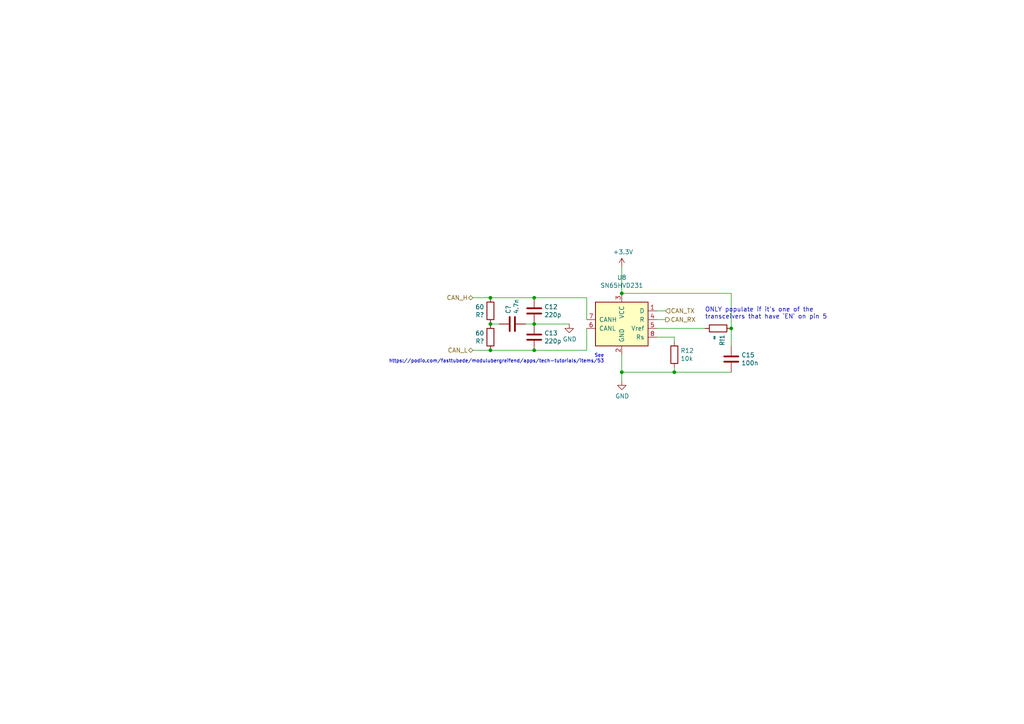
<source format=kicad_sch>
(kicad_sch (version 20211123) (generator eeschema)
  (paper "A4")
  (title_block (title "SDCL - CAN") (date "2021-12-16") (rev "v1.0") (company "FaSTTUBe - Formula Student Team TU Berlin") (comment 1 "Car 113") (comment 2 "EBS Electronics") (comment 3 "CAN Bus input/output stage"))
  (lib_symbols
    (symbol "Device:C" (pin_numbers hide) (pin_names (offset 0.254))
      (property "Reference" "C" (at 0.635 2.54 0))
      (property "Value" "C" (at 0.635 -2.54 0))
      (symbol "C_0_1"
        (polyline (pts (xy -2.032 -0.762) (xy 2.032 -0.762)) (stroke (width 0.508)))
        (polyline (pts (xy -2.032 0.762) (xy 2.032 0.762)) (stroke (width 0.508)))
      )
      (symbol "C_1_1"
        (pin passive line (at 0 3.81 270) (length 2.794) (name "~") (number "1"))
        (pin passive line (at 0 -3.81 90) (length 2.794) (name "~") (number "2"))
      )
    )
    (symbol "Device:R" (pin_numbers hide) (pin_names (offset 0))
      (property "Reference" "R" (at 2.032 0 90))
      (property "Value" "R" (at 0 0 90))
      (symbol "R_0_1"
        (rectangle (start -1.016 -2.54) (end 1.016 2.54) (stroke (width 0.254)))
      )
      (symbol "R_1_1"
        (pin passive line (at 0 3.81 270) (length 1.27) (name "~") (number "1"))
        (pin passive line (at 0 -3.81 90) (length 1.27) (name "~") (number "2"))
      )
    )
    (symbol "Interface_CAN_LIN:SN65HVD231" (pin_names (offset 1.016))
      (property "Reference" "U" (at -2.54 10.16 0))
      (property "Value" "SN65HVD231" (at -2.54 7.62 0))
      (symbol "SN65HVD231_0_1"
        (rectangle (start -7.62 5.08) (end 7.62 -7.62) (stroke (width 0.254)) (fill (type background)))
      )
      (symbol "SN65HVD231_1_1"
        (pin input line (at -10.16 2.54 0) (length 2.54) (name "D") (number "1"))
        (pin power_in line (at 0 -10.16 90) (length 2.54) (name "GND") (number "2"))
        (pin power_in line (at 0 7.62 270) (length 2.54) (name "VCC") (number "3"))
        (pin output line (at -10.16 0 0) (length 2.54) (name "R") (number "4"))
        (pin output line (at -10.16 -2.54 0) (length 2.54) (name "Vref") (number "5"))
        (pin bidirectional line (at 10.16 -2.54 180) (length 2.54) (name "CANL") (number "6"))
        (pin bidirectional line (at 10.16 0 180) (length 2.54) (name "CANH") (number "7"))
        (pin input line (at -10.16 -5.08 0) (length 2.54) (name "Rs") (number "8"))
      )
    )
    (symbol "power:+3.3V" (power) (pin_names (offset 0))
      (property "Value" "+3.3V" (at 0 3.556 0))
      (symbol "+3.3V_0_1"
        (polyline (pts (xy -0.762 1.27) (xy 0 2.54)))
        (polyline (pts (xy 0 0) (xy 0 2.54)))
        (polyline (pts (xy 0 2.54) (xy 0.762 1.27)))
      )
      (symbol "+3.3V_1_1"
        (pin power_in line (at 0 0 90) (length 0) hide (name "+3.3V") (number "1"))
      )
    )
    (symbol "power:GND" (power) (pin_names (offset 0))
      (property "Value" "GND" (at 0 -3.81 0))
      (symbol "GND_0_1"
        (polyline (pts (xy 0 0) (xy 0 -1.27) (xy 1.27 -1.27) (xy 0 -2.54) (xy -1.27 -1.27) (xy 0 -1.27)))
      )
      (symbol "GND_1_1"
        (pin power_in line (at 0 0 270) (length 0) hide (name "GND") (number "1"))
      )
    )
  )
  (junction (at 142.24 93.98))
  (junction (at 142.24 101.6))
  (junction (at 154.94 93.98))
  (junction (at 180.34 85.09))
  (junction (at 180.34 107.95))
  (junction (at 195.58 107.95))
  (junction (at 212.09 95.25))
  (junction (at 154.94 86.36))
  (junction (at 142.24 86.36))
  (junction (at 154.94 101.6))
  (wire (pts (xy 180.34 107.95) (xy 180.34 110.49)))
  (wire (pts (xy 180.34 102.87) (xy 180.34 107.95)))
  (wire (pts (xy 154.94 93.98) (xy 165.1 93.98)))
  (wire (pts (xy 204.47 95.25) (xy 190.5 95.25)))
  (wire (pts (xy 142.24 101.6) (xy 154.94 101.6)))
  (wire (pts (xy 190.5 97.79) (xy 195.58 97.79)))
  (wire (pts (xy 180.34 77.47) (xy 180.34 85.09)))
  (wire (pts (xy 212.09 85.09) (xy 180.34 85.09)))
  (wire (pts (xy 212.09 107.95) (xy 195.58 107.95)))
  (wire (pts (xy 212.09 85.09) (xy 212.09 95.25)))
  (wire (pts (xy 154.94 101.6) (xy 170.18 101.6)))
  (wire (pts (xy 193.04 92.71) (xy 190.5 92.71)))
  (wire (pts (xy 152.4 93.98) (xy 154.94 93.98)))
  (wire (pts (xy 193.04 90.17) (xy 190.5 90.17)))
  (wire (pts (xy 170.18 95.25) (xy 170.18 101.6)))
  (wire (pts (xy 170.18 86.36) (xy 170.18 92.71)))
  (wire (pts (xy 195.58 97.79) (xy 195.58 99.06)))
  (wire (pts (xy 137.16 101.6) (xy 142.24 101.6)))
  (wire (pts (xy 142.24 86.36) (xy 154.94 86.36)))
  (wire (pts (xy 180.34 107.95) (xy 195.58 107.95)))
  (wire (pts (xy 195.58 106.68) (xy 195.58 107.95)))
  (wire (pts (xy 137.16 86.36) (xy 142.24 86.36)))
  (wire (pts (xy 142.24 93.98) (xy 144.78 93.98)))
  (wire (pts (xy 154.94 86.36) (xy 170.18 86.36)))
  (wire (pts (xy 212.09 95.25) (xy 212.09 100.33)))
  (text "ONLY populate if it's one of the\ntransceivers that have `EN` on pin 5" (at 204.47 92.71 0) (effects (font (size 1.27 1.27)) (justify left bottom)))
  (text "See\nhttps://podio.com/fasttubede/modulubergreifend/apps/tech-tutorials/items/53" (at 175.26 105.41 0) (effects (font (size 1 1)) (justify right bottom)))
  (hierarchical_label "CAN_L" (shape bidirectional) (at 137.16 101.6 180))
  (hierarchical_label "CAN_H" (shape bidirectional) (at 137.16 86.36 180))
  (hierarchical_label "CAN_RX" (shape output) (at 193.04 92.71 0))
  (hierarchical_label "CAN_TX" (shape input) (at 193.04 90.17 0))
  (symbol (lib_id "Device:R") (at 195.58 102.87 0) (unit 1)
    (property "Reference" "R12" (at 197.358 101.7016 0) (effects (justify left)))
    (property "Value" "10k" (at 197.358 104.013 0) (effects (justify left)))
    (property "Footprint" "Resistor_SMD:R_0603_1608Metric_Pad1.05x0.95mm_HandSolder" (effects hide))
  )
  (symbol (lib_id "Device:C") (at 212.09 104.14 0) (unit 1)
    (property "Reference" "C15" (at 215.011 102.9716 0) (effects (justify left)))
    (property "Value" "100n" (at 215.011 105.283 0) (effects (justify left)))
    (property "Footprint" "Capacitor_SMD:C_0603_1608Metric_Pad1.05x0.95mm_HandSolder" (effects hide))
  )
  (symbol (lib_id "Device:C") (at 154.94 90.17 0) (unit 1)
    (property "Reference" "C12" (at 157.861 89.0016 0) (effects (justify left)))
    (property "Value" "220p" (at 157.861 91.313 0) (effects (justify left)))
    (property "Footprint" "Capacitor_SMD:C_0603_1608Metric_Pad1.05x0.95mm_HandSolder" (effects hide))
  )
  (symbol (lib_id "Device:C") (at 154.94 97.79 0) (unit 1)
    (property "Reference" "C13" (at 157.861 96.6216 0) (effects (justify left)))
    (property "Value" "220p" (at 157.861 98.933 0) (effects (justify left)))
    (property "Footprint" "Capacitor_SMD:C_0603_1608Metric_Pad1.05x0.95mm_HandSolder" (effects hide))
  )
  (symbol (lib_id "power:GND") (at 165.1 93.98 0) (unit 1)
    (property "Reference" "#PWR0142" (effects hide))
    (property "Value" "GND" (at 165.227 98.3742 0))
  )
  (symbol (lib_id "power:GND") (at 180.34 110.49 0) (unit 1)
    (property "Reference" "#PWR0143" (effects hide))
    (property "Value" "GND" (at 180.467 114.8842 0))
  )
  (symbol (lib_id "power:+3.3V") (at 180.34 77.47 0) (unit 1)
    (property "Reference" "#PWR0156" (effects hide))
    (property "Value" "+3.3V" (at 180.721 73.0758 0))
  )
  (symbol (lib_id "Device:R") (at 208.28 95.25 270) (unit 1)
    (property "Reference" "R!1" (at 209.4484 97.028 0) (effects (justify left)))
    (property "Value" "∞" (at 207.137 97.028 0) (effects (justify left)))
    (property "Footprint" "Resistor_SMD:R_0603_1608Metric_Pad1.05x0.95mm_HandSolder" (effects hide))
  )
  (symbol (lib_id "Interface_CAN_LIN:SN65HVD231") (at 180.34 92.71 0) (mirror y) (unit 1)
    (property "Reference" "U8" (at 180.34 80.4926 0))
    (property "Value" "SN65HVD231" (at 180.34 82.804 0))
    (property "Footprint" "Package_SO:SOIC-8_3.9x4.9mm_P1.27mm" (effects hide))
    (property "Datasheet" "http://www.ti.com/lit/ds/symlink/sn65hvd230.pdf" (effects hide))
  )
  (symbol (lib_id "Device:R") (at 142.24 90.17 180) (unit 1)
    (property "Reference" "R?" (at 140.462 91.3384 0) (effects (justify left)))
    (property "Value" "60" (at 140.462 89.027 0) (effects (justify left)))
    (property "Footprint" "Resistor_SMD:R_0603_1608Metric_Pad1.05x0.95mm_HandSolder" (effects hide))
  )
  (symbol (lib_id "Device:C") (at 148.59 93.98 90) (unit 1)
    (property "Reference" "C?" (at 147.4216 91.059 0) (effects (justify left)))
    (property "Value" "4.7n" (at 149.733 91.059 0) (effects (justify left)))
    (property "Footprint" "Capacitor_SMD:C_0603_1608Metric_Pad1.05x0.95mm_HandSolder" (effects hide))
  )
  (symbol (lib_id "Device:R") (at 142.24 97.79 180) (unit 1)
    (property "Reference" "R?" (at 140.462 98.9584 0) (effects (justify left)))
    (property "Value" "60" (at 140.462 96.647 0) (effects (justify left)))
    (property "Footprint" "Resistor_SMD:R_0603_1608Metric_Pad1.05x0.95mm_HandSolder" (effects hide))
  )
)
</source>
